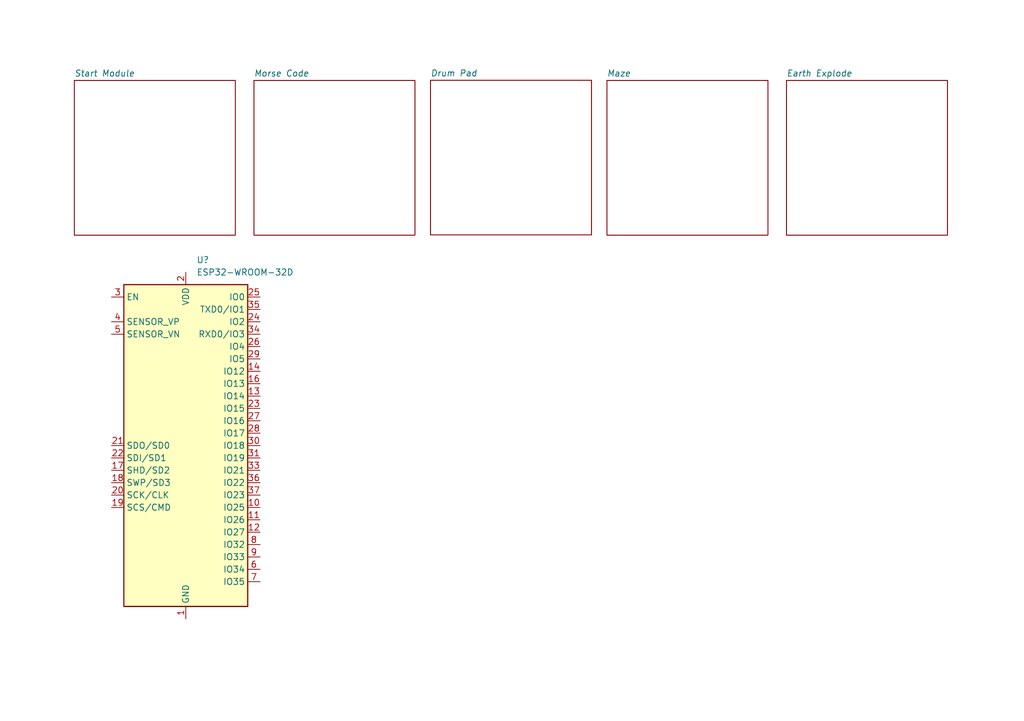
<source format=kicad_sch>
(kicad_sch (version 20231120) (generator "eeschema") (generator_version "8.0")
  (paper "A5")
  (title_block (title "Physical Computing: Gizmo") (date "2024-12-01") (company "Imperial College London"))
  (lib_symbols
    (symbol "RF_Module:ESP32-WROOM-32D"
      (property "Reference" "U" (at -12.7 34.29 0))
      (property "Value" "ESP32-WROOM-32D" (at 1.27 34.29 0))
      (symbol "ESP32-WROOM-32D_0_1"
        (rectangle (start -12.7 33.02) (end 12.7 -33.02) (stroke (width 0.254)) (fill (type background)))
      )
      (symbol "ESP32-WROOM-32D_1_1"
        (pin power_in line (at 0 -35.56 90) (length 2.54) (name "GND") (number "1"))
        (pin bidirectional line (at 15.24 -12.7 180) (length 2.54) (name "IO25") (number "10"))
        (pin bidirectional line (at 15.24 -15.24 180) (length 2.54) (name "IO26") (number "11"))
        (pin bidirectional line (at 15.24 -17.78 180) (length 2.54) (name "IO27") (number "12"))
        (pin bidirectional line (at 15.24 10.16 180) (length 2.54) (name "IO14") (number "13"))
        (pin bidirectional line (at 15.24 15.24 180) (length 2.54) (name "IO12") (number "14"))
        (pin passive line (at 0 -35.56 90) (length 2.54) hide (name "GND") (number "15"))
        (pin bidirectional line (at 15.24 12.7 180) (length 2.54) (name "IO13") (number "16"))
        (pin bidirectional line (at -15.24 -5.08 0) (length 2.54) (name "SHD/SD2") (number "17"))
        (pin bidirectional line (at -15.24 -7.62 0) (length 2.54) (name "SWP/SD3") (number "18"))
        (pin bidirectional line (at -15.24 -12.7 0) (length 2.54) (name "SCS/CMD") (number "19"))
        (pin power_in line (at 0 35.56 270) (length 2.54) (name "VDD") (number "2"))
        (pin bidirectional line (at -15.24 -10.16 0) (length 2.54) (name "SCK/CLK") (number "20"))
        (pin bidirectional line (at -15.24 0 0) (length 2.54) (name "SDO/SD0") (number "21"))
        (pin bidirectional line (at -15.24 -2.54 0) (length 2.54) (name "SDI/SD1") (number "22"))
        (pin bidirectional line (at 15.24 7.62 180) (length 2.54) (name "IO15") (number "23"))
        (pin bidirectional line (at 15.24 25.4 180) (length 2.54) (name "IO2") (number "24"))
        (pin bidirectional line (at 15.24 30.48 180) (length 2.54) (name "IO0") (number "25"))
        (pin bidirectional line (at 15.24 20.32 180) (length 2.54) (name "IO4") (number "26"))
        (pin bidirectional line (at 15.24 5.08 180) (length 2.54) (name "IO16") (number "27"))
        (pin bidirectional line (at 15.24 2.54 180) (length 2.54) (name "IO17") (number "28"))
        (pin bidirectional line (at 15.24 17.78 180) (length 2.54) (name "IO5") (number "29"))
        (pin input line (at -15.24 30.48 0) (length 2.54) (name "EN") (number "3"))
        (pin bidirectional line (at 15.24 0 180) (length 2.54) (name "IO18") (number "30"))
        (pin bidirectional line (at 15.24 -2.54 180) (length 2.54) (name "IO19") (number "31"))
        (pin no_connect line (at -12.7 -27.94 0) (length 2.54) hide (name "NC") (number "32"))
        (pin bidirectional line (at 15.24 -5.08 180) (length 2.54) (name "IO21") (number "33"))
        (pin bidirectional line (at 15.24 22.86 180) (length 2.54) (name "RXD0/IO3") (number "34"))
        (pin bidirectional line (at 15.24 27.94 180) (length 2.54) (name "TXD0/IO1") (number "35"))
        (pin bidirectional line (at 15.24 -7.62 180) (length 2.54) (name "IO22") (number "36"))
        (pin bidirectional line (at 15.24 -10.16 180) (length 2.54) (name "IO23") (number "37"))
        (pin passive line (at 0 -35.56 90) (length 2.54) hide (name "GND") (number "38"))
        (pin passive line (at 0 -35.56 90) (length 2.54) hide (name "GND") (number "39"))
        (pin input line (at -15.24 25.4 0) (length 2.54) (name "SENSOR_VP") (number "4"))
        (pin input line (at -15.24 22.86 0) (length 2.54) (name "SENSOR_VN") (number "5"))
        (pin input line (at 15.24 -25.4 180) (length 2.54) (name "IO34") (number "6"))
        (pin input line (at 15.24 -27.94 180) (length 2.54) (name "IO35") (number "7"))
        (pin bidirectional line (at 15.24 -20.32 180) (length 2.54) (name "IO32") (number "8"))
        (pin bidirectional line (at 15.24 -22.86 180) (length 2.54) (name "IO33") (number "9"))
      )
    )
  )
  (symbol (lib_id "RF_Module:ESP32-WROOM-32D") (at 38.1 91.44 0) (unit 1)
    (property "Reference" "U?" (at 40.2941 53.34 0) (effects (justify left)))
    (property "Value" "ESP32-WROOM-32D" (at 40.2941 55.88 0) (effects (justify left)))
    (property "Footprint" "RF_Module:ESP32-WROOM-32D" (effects (hide yes)))
    (property "Datasheet" "https://www.espressif.com/sites/default/files/documentation/esp32-wroom-32d_esp32-wroom-32u_datasheet_en.pdf" (effects (hide yes)))
    (property "Description" "RF Module, ESP32-D0WD SoC, Wi-Fi 802.11b/g/n, Bluetooth, BLE, 32-bit, 2.7-3.6V, onboard antenna, SMD" (effects (hide yes)))
  )
  (sheet (at 88.2895 16.4724) (size 33.02 31.75) (stroke (width 0.1524))
    (property "Sheetname" "Drum Pad" (at 88.2895 15.7608 0) (effects (font (italic yes)) (justify left bottom)))
    (property "Sheetfile" "Drum_Pad.kicad_sch" (effects (hide yes)))
  )
  (sheet (at 52.07 16.51) (size 33.02 31.75) (stroke (width 0.1524))
    (property "Sheetname" "Morse Code" (at 52.07 15.7984 0) (effects (font (italic yes)) (justify left bottom)))
    (property "Sheetfile" "Morse_Code.kicad_sch" (effects (hide yes)))
  )
  (sheet (at 161.29 16.51) (size 33.02 31.75) (stroke (width 0.1524))
    (property "Sheetname" "Earth Explode" (at 161.29 15.7984 0) (effects (font (italic yes)) (justify left bottom)))
    (property "Sheetfile" "Earth Explode.kicad_sch" (effects (hide yes)))
  )
  (sheet (at 124.46 16.51) (size 33.02 31.75) (stroke (width 0.1524))
    (property "Sheetname" "Maze" (at 124.46 15.7984 0) (effects (font (italic yes)) (justify left bottom)))
    (property "Sheetfile" "Maze.kicad_sch" (effects (hide yes)))
  )
  (sheet (at 15.24 16.51) (size 33.02 31.75) (stroke (width 0.1524))
    (property "Sheetname" "Start Module" (at 15.24 15.7984 0) (effects (font (italic yes)) (justify left bottom)))
    (property "Sheetfile" "Start_Module.kicad_sch" (effects (hide yes)))
  )
)
</source>
